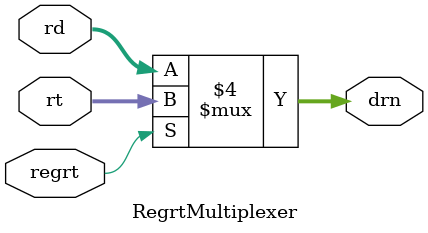
<source format=v>
`timescale 1ns / 1ps


module RegrtMultiplexer(
    // Inputs
    input [4:0] rt,     // Input register value rt
    input [4:0] rd,     // Input register value rd
    input regrt,        // Control signal to select the output (0 for rd, 1 for rt)

    // Output
    output reg [4:0] drn  // Output register value (selected based on the control signal)
);

always @(*)
begin
    if (regrt == 0)
        drn = rd;    // If regrt is 0, select rd as the output.
    else
        drn = rt;    // If regrt is 1, select rt as the output.
end

endmodule // End of the module


</source>
